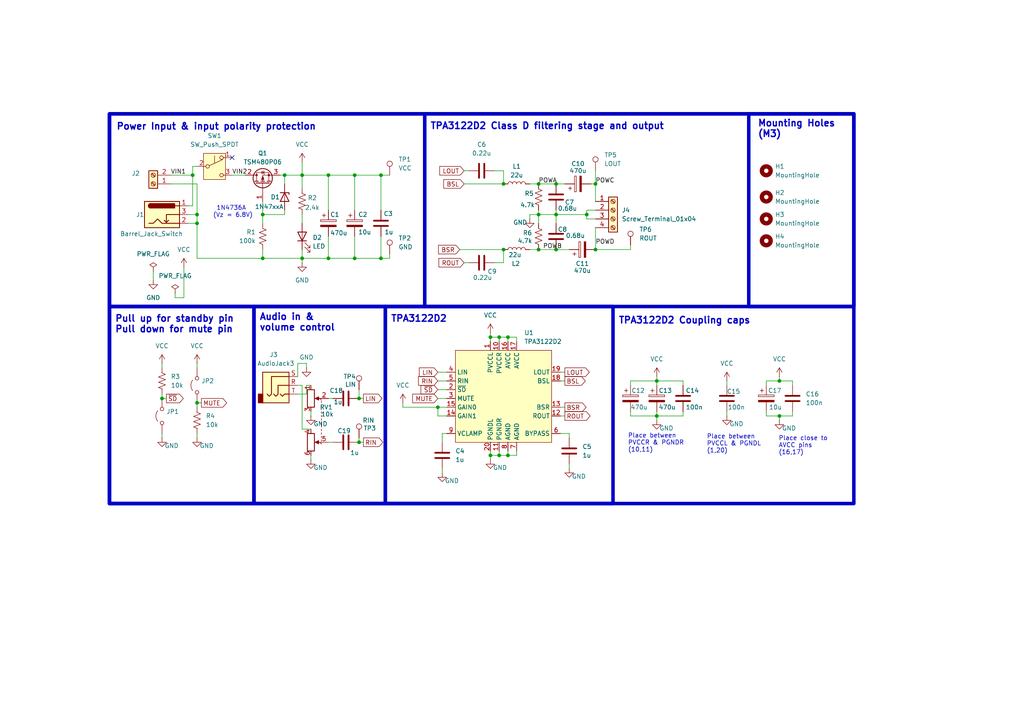
<source format=kicad_sch>
(kicad_sch (version 20231120) (generator "eeschema") (generator_version "8.0")
  (paper "A4")
  (lib_symbols
    (symbol "Connector:Barrel_Jack_Switch" (pin_names hide)
      (property "Reference" "J" (at 0 5.334 0))
      (property "Value" "Barrel_Jack_Switch" (at 0 -5.08 0))
      (symbol "Barrel_Jack_Switch_0_1"
        (rectangle (start -5.08 3.81) (end 5.08 -3.81) (stroke (width 0.254)) (fill (type background)))
        (arc (start -3.302 3.175) (mid -3.9343 2.54) (end -3.302 1.905) (stroke (width 0.254)))
        (arc (start -3.302 3.175) (mid -3.9343 2.54) (end -3.302 1.905) (stroke (width 0.254)) (fill (type outline)))
        (polyline (pts (xy 1.27 -2.286) (xy 1.905 -1.651)) (stroke (width 0.254)))
        (polyline (pts (xy 5.08 2.54) (xy 3.81 2.54)) (stroke (width 0.254)))
        (polyline (pts (xy 5.08 0) (xy 1.27 0) (xy 1.27 -2.286) (xy 0.635 -1.651)) (stroke (width 0.254)))
        (polyline (pts (xy -3.81 -2.54) (xy -2.54 -2.54) (xy -1.27 -1.27) (xy 0 -2.54) (xy 2.54 -2.54) (xy 5.08 -2.54)) (stroke (width 0.254)))
        (rectangle (start 3.683 3.175) (end -3.302 1.905) (stroke (width 0.254)) (fill (type outline)))
      )
      (symbol "Barrel_Jack_Switch_1_1"
        (pin passive line (at 7.62 2.54 180) (length 2.54) (name "~") (number "1"))
        (pin passive line (at 7.62 -2.54 180) (length 2.54) (name "~") (number "2"))
        (pin passive line (at 7.62 0 180) (length 2.54) (name "~") (number "3"))
      )
    )
    (symbol "Connector:Screw_Terminal_01x02" (pin_names (offset 1.016) hide)
      (property "Reference" "J" (at 0 2.54 0))
      (property "Value" "Screw_Terminal_01x02" (at 0 -5.08 0))
      (symbol "Screw_Terminal_01x02_1_1"
        (rectangle (start -1.27 1.27) (end 1.27 -3.81) (stroke (width 0.254)) (fill (type background)))
        (circle (center 0 -2.54) (radius 0.635) (stroke (width 0.1524)))
        (polyline (pts (xy -0.5334 -2.2098) (xy 0.3302 -3.048)) (stroke (width 0.1524)))
        (polyline (pts (xy -0.5334 0.3302) (xy 0.3302 -0.508)) (stroke (width 0.1524)))
        (polyline (pts (xy -0.3556 -2.032) (xy 0.508 -2.8702)) (stroke (width 0.1524)))
        (polyline (pts (xy -0.3556 0.508) (xy 0.508 -0.3302)) (stroke (width 0.1524)))
        (circle (center 0 0) (radius 0.635) (stroke (width 0.1524)))
        (pin passive line (at -5.08 0 0) (length 3.81) (name "Pin_1") (number "1"))
        (pin passive line (at -5.08 -2.54 0) (length 3.81) (name "Pin_2") (number "2"))
      )
    )
    (symbol "Connector:Screw_Terminal_01x04" (pin_names (offset 1.016) hide)
      (property "Reference" "J" (at 0 5.08 0))
      (property "Value" "Screw_Terminal_01x04" (at 0 -7.62 0))
      (symbol "Screw_Terminal_01x04_1_1"
        (rectangle (start -1.27 3.81) (end 1.27 -6.35) (stroke (width 0.254)) (fill (type background)))
        (circle (center 0 -5.08) (radius 0.635) (stroke (width 0.1524)))
        (circle (center 0 -2.54) (radius 0.635) (stroke (width 0.1524)))
        (polyline (pts (xy -0.5334 -4.7498) (xy 0.3302 -5.588)) (stroke (width 0.1524)))
        (polyline (pts (xy -0.5334 -2.2098) (xy 0.3302 -3.048)) (stroke (width 0.1524)))
        (polyline (pts (xy -0.5334 0.3302) (xy 0.3302 -0.508)) (stroke (width 0.1524)))
        (polyline (pts (xy -0.5334 2.8702) (xy 0.3302 2.032)) (stroke (width 0.1524)))
        (polyline (pts (xy -0.3556 -4.572) (xy 0.508 -5.4102)) (stroke (width 0.1524)))
        (polyline (pts (xy -0.3556 -2.032) (xy 0.508 -2.8702)) (stroke (width 0.1524)))
        (polyline (pts (xy -0.3556 0.508) (xy 0.508 -0.3302)) (stroke (width 0.1524)))
        (polyline (pts (xy -0.3556 3.048) (xy 0.508 2.2098)) (stroke (width 0.1524)))
        (circle (center 0 0) (radius 0.635) (stroke (width 0.1524)))
        (circle (center 0 2.54) (radius 0.635) (stroke (width 0.1524)))
        (pin passive line (at -5.08 2.54 0) (length 3.81) (name "Pin_1") (number "1"))
        (pin passive line (at -5.08 0 0) (length 3.81) (name "Pin_2") (number "2"))
        (pin passive line (at -5.08 -2.54 0) (length 3.81) (name "Pin_3") (number "3"))
        (pin passive line (at -5.08 -5.08 0) (length 3.81) (name "Pin_4") (number "4"))
      )
    )
    (symbol "Connector:TestPoint" (pin_numbers hide) (pin_names (offset 0.762) hide)
      (property "Reference" "TP" (at 0 6.858 0))
      (property "Value" "TestPoint" (at 0 5.08 0))
      (symbol "TestPoint_0_1"
        (circle (center 0 3.302) (radius 0.762))
      )
      (symbol "TestPoint_1_1"
        (pin passive line (at 0 0 90) (length 2.54) (name "1") (number "1"))
      )
    )
    (symbol "Connector_Audio:AudioJack3"
      (property "Reference" "J" (at 0 8.89 0))
      (property "Value" "AudioJack3" (at 0 6.35 0))
      (symbol "AudioJack3_0_1"
        (rectangle (start -5.08 -5.08) (end -6.35 -2.54) (stroke (width 0.254)) (fill (type outline)))
        (polyline (pts (xy 0 -2.54) (xy 0.635 -3.175) (xy 1.27 -2.54) (xy 2.54 -2.54)) (stroke (width 0.254)))
        (polyline (pts (xy -1.905 -2.54) (xy -1.27 -3.175) (xy -0.635 -2.54) (xy -0.635 0) (xy 2.54 0)) (stroke (width 0.254)))
        (polyline (pts (xy 2.54 2.54) (xy -2.54 2.54) (xy -2.54 -2.54) (xy -3.175 -3.175) (xy -3.81 -2.54)) (stroke (width 0.254)))
        (rectangle (start 2.54 3.81) (end -5.08 -5.08) (stroke (width 0.254)) (fill (type background)))
      )
      (symbol "AudioJack3_1_1"
        (pin passive line (at 5.08 0 180) (length 2.54) (name "~") (number "R"))
        (pin passive line (at 5.08 2.54 180) (length 2.54) (name "~") (number "S"))
        (pin passive line (at 5.08 -2.54 180) (length 2.54) (name "~") (number "T"))
      )
    )
    (symbol "Device:C" (pin_numbers hide) (pin_names (offset 0.254))
      (property "Reference" "C" (at 0.635 2.54 0))
      (property "Value" "C" (at 0.635 -2.54 0))
      (symbol "C_0_1"
        (polyline (pts (xy -2.032 -0.762) (xy 2.032 -0.762)) (stroke (width 0.508)))
        (polyline (pts (xy -2.032 0.762) (xy 2.032 0.762)) (stroke (width 0.508)))
      )
      (symbol "C_1_1"
        (pin passive line (at 0 3.81 270) (length 2.794) (name "~") (number "1"))
        (pin passive line (at 0 -3.81 90) (length 2.794) (name "~") (number "2"))
      )
    )
    (symbol "Device:C_Polarized" (pin_numbers hide) (pin_names (offset 0.254))
      (property "Reference" "C" (at 0.635 2.54 0))
      (property "Value" "C_Polarized" (at 0.635 -2.54 0))
      (symbol "C_Polarized_0_1"
        (rectangle (start -2.286 0.508) (end 2.286 1.016))
        (polyline (pts (xy -1.778 2.286) (xy -0.762 2.286)))
        (polyline (pts (xy -1.27 2.794) (xy -1.27 1.778)))
        (rectangle (start 2.286 -0.508) (end -2.286 -1.016) (fill (type outline)))
      )
      (symbol "C_Polarized_1_1"
        (pin passive line (at 0 3.81 270) (length 2.794) (name "~") (number "1"))
        (pin passive line (at 0 -3.81 90) (length 2.794) (name "~") (number "2"))
      )
    )
    (symbol "Device:L" (pin_numbers hide) (pin_names (offset 1.016) hide)
      (property "Reference" "L" (at -1.27 0 90))
      (property "Value" "L" (at 1.905 0 90))
      (symbol "L_0_1"
        (arc (start 0 -2.54) (mid 0.6323 -1.905) (end 0 -1.27))
        (arc (start 0 -1.27) (mid 0.6323 -0.635) (end 0 0))
        (arc (start 0 0) (mid 0.6323 0.635) (end 0 1.27))
        (arc (start 0 1.27) (mid 0.6323 1.905) (end 0 2.54))
      )
      (symbol "L_1_1"
        (pin passive line (at 0 3.81 270) (length 1.27) (name "1") (number "1"))
        (pin passive line (at 0 -3.81 90) (length 1.27) (name "2") (number "2"))
      )
    )
    (symbol "Device:LED" (pin_numbers hide) (pin_names (offset 1.016) hide)
      (property "Reference" "D" (at 0 2.54 0))
      (property "Value" "LED" (at 0 -2.54 0))
      (symbol "LED_0_1"
        (polyline (pts (xy -1.27 -1.27) (xy -1.27 1.27)) (stroke (width 0.254)))
        (polyline (pts (xy -1.27 0) (xy 1.27 0)))
        (polyline (pts (xy 1.27 -1.27) (xy 1.27 1.27) (xy -1.27 0) (xy 1.27 -1.27)) (stroke (width 0.254)))
        (polyline (pts (xy -3.048 -0.762) (xy -4.572 -2.286) (xy -3.81 -2.286) (xy -4.572 -2.286) (xy -4.572 -1.524)))
        (polyline (pts (xy -1.778 -0.762) (xy -3.302 -2.286) (xy -2.54 -2.286) (xy -3.302 -2.286) (xy -3.302 -1.524)))
      )
      (symbol "LED_1_1"
        (pin passive line (at -3.81 0 0) (length 2.54) (name "K") (number "1"))
        (pin passive line (at 3.81 0 180) (length 2.54) (name "A") (number "2"))
      )
    )
    (symbol "Device:R_Potentiometer_Dual" (pin_names (offset 1.016) hide)
      (property "Reference" "RV" (at 0 3.81 0))
      (property "Value" "R_Potentiometer_Dual" (at 0 1.905 0))
      (symbol "R_Potentiometer_Dual_0_1"
        (rectangle (start -8.89 -1.524) (end -3.81 -3.556) (stroke (width 0.254)))
        (polyline (pts (xy -6.35 0) (xy -6.35 -1.016)))
        (polyline (pts (xy -6.35 0) (xy -6.35 -1.016)))
        (polyline (pts (xy -6.35 0) (xy -5.842 0.508)))
        (polyline (pts (xy -5.588 0.508) (xy -5.08 0.508)))
        (polyline (pts (xy -4.572 0.508) (xy -4.064 0.508)))
        (polyline (pts (xy -3.556 0.508) (xy -3.048 0.508)))
        (polyline (pts (xy -2.54 0.508) (xy -2.032 0.508)))
        (polyline (pts (xy -1.524 0.508) (xy -1.016 0.508)))
        (polyline (pts (xy -0.508 0.508) (xy 0 0.508)))
        (polyline (pts (xy 0.508 0.508) (xy 1.016 0.508)))
        (polyline (pts (xy 1.524 0.508) (xy 2.032 0.508)))
        (polyline (pts (xy 2.54 0.508) (xy 3.048 0.508)))
        (polyline (pts (xy 3.556 0.508) (xy 4.064 0.508)))
        (polyline (pts (xy 4.572 0.508) (xy 5.08 0.508)))
        (polyline (pts (xy 5.588 0.508) (xy 6.096 0.508)))
        (polyline (pts (xy 6.35 0) (xy 6.35 -1.016)))
        (polyline (pts (xy 6.35 0) (xy 6.35 -1.016)))
        (polyline (pts (xy 6.604 0.508) (xy 6.858 0.508) (xy 6.35 0)))
        (polyline (pts (xy -6.35 -1.397) (xy -6.858 -0.254) (xy -5.842 -0.254) (xy -6.35 -1.397)) (fill (type outline)))
        (polyline (pts (xy 6.35 -1.397) (xy 5.842 -0.254) (xy 6.858 -0.254) (xy 6.35 -1.397)) (fill (type outline)))
        (rectangle (start 3.81 -1.524) (end 8.89 -3.556) (stroke (width 0.254)))
      )
      (symbol "R_Potentiometer_Dual_1_1"
        (pin passive line (at -10.16 -2.54 0) (length 1.27) (name "1") (number "1"))
        (pin passive line (at -6.35 2.54 270) (length 2.54) (name "2") (number "2"))
        (pin passive line (at -2.54 -2.54 180) (length 1.27) (name "3") (number "3"))
        (pin passive line (at 2.54 -2.54 0) (length 1.27) (name "4") (number "4"))
        (pin passive line (at 6.35 2.54 270) (length 2.54) (name "5") (number "5"))
        (pin passive line (at 10.16 -2.54 180) (length 1.27) (name "6") (number "6"))
      )
    )
    (symbol "Device:R_US" (pin_numbers hide) (pin_names (offset 0))
      (property "Reference" "R" (at 2.54 0 90))
      (property "Value" "R_US" (at -2.54 0 90))
      (symbol "R_US_0_1"
        (polyline (pts (xy 0 -2.286) (xy 0 -2.54)))
        (polyline (pts (xy 0 2.286) (xy 0 2.54)))
        (polyline (pts (xy 0 -0.762) (xy 1.016 -1.143) (xy 0 -1.524) (xy -1.016 -1.905) (xy 0 -2.286)))
        (polyline (pts (xy 0 0.762) (xy 1.016 0.381) (xy 0 0) (xy -1.016 -0.381) (xy 0 -0.762)))
        (polyline (pts (xy 0 2.286) (xy 1.016 1.905) (xy 0 1.524) (xy -1.016 1.143) (xy 0 0.762)))
      )
      (symbol "R_US_1_1"
        (pin passive line (at 0 3.81 270) (length 1.27) (name "~") (number "1"))
        (pin passive line (at 0 -3.81 90) (length 1.27) (name "~") (number "2"))
      )
    )
    (symbol "Diode:1N47xxA" (pin_numbers hide) (pin_names hide)
      (property "Reference" "D" (at 0 2.54 0))
      (property "Value" "1N47xxA" (at 0 -2.54 0))
      (symbol "1N47xxA_0_1"
        (polyline (pts (xy 1.27 0) (xy -1.27 0)))
        (polyline (pts (xy -1.27 -1.27) (xy -1.27 1.27) (xy -0.762 1.27)) (stroke (width 0.254)))
        (polyline (pts (xy 1.27 -1.27) (xy 1.27 1.27) (xy -1.27 0) (xy 1.27 -1.27)) (stroke (width 0.254)))
      )
      (symbol "1N47xxA_1_1"
        (pin passive line (at -3.81 0 0) (length 2.54) (name "K") (number "1"))
        (pin passive line (at 3.81 0 180) (length 2.54) (name "A") (number "2"))
      )
    )
    (symbol "Jumper:Jumper_2_Open" (pin_numbers hide) (pin_names (offset 0) hide) (exclude_from_sim yes)
      (property "Reference" "JP" (at 0 2.794 0))
      (property "Value" "Jumper_2_Open" (at 0 -2.286 0))
      (symbol "Jumper_2_Open_0_0"
        (circle (center -2.032 0) (radius 0.508))
        (circle (center 2.032 0) (radius 0.508))
      )
      (symbol "Jumper_2_Open_0_1"
        (arc (start 1.524 1.27) (mid 0 1.778) (end -1.524 1.27))
      )
      (symbol "Jumper_2_Open_1_1"
        (pin passive line (at -5.08 0 0) (length 2.54) (name "A") (number "1"))
        (pin passive line (at 5.08 0 180) (length 2.54) (name "B") (number "2"))
      )
    )
    (symbol "Mechanical:MountingHole" (pin_names (offset 1.016)) (exclude_from_sim yes) (in_bom no)
      (property "Reference" "H" (at 0 5.08 0))
      (property "Value" "MountingHole" (at 0 3.175 0))
      (symbol "MountingHole_0_1"
        (circle (center 0 0) (radius 1.27) (stroke (width 1.27)))
      )
    )
    (symbol "Switch:SW_Push_SPDT" (pin_names (offset 0) hide)
      (property "Reference" "SW" (at 0 5.08 0))
      (property "Value" "SW_Push_SPDT" (at 0 -5.08 0))
      (symbol "SW_Push_SPDT_0_0"
        (circle (center -2.032 0) (radius 0.508))
        (polyline (pts (xy 0 1.016) (xy 0 3.048)))
        (circle (center 2.032 -2.54) (radius 0.508))
      )
      (symbol "SW_Push_SPDT_0_1"
        (polyline (pts (xy -1.524 0.2032) (xy 2.3368 1.9812)))
        (circle (center 2.032 2.54) (radius 0.508))
      )
      (symbol "SW_Push_SPDT_1_1"
        (rectangle (start -3.175 3.81) (end 3.175 -3.81) (fill (type background)))
        (pin passive line (at 5.08 2.54 180) (length 2.54) (name "A") (number "1"))
        (pin passive line (at -5.08 0 0) (length 2.54) (name "B") (number "2"))
        (pin passive line (at 5.08 -2.54 180) (length 2.54) (name "C") (number "3"))
      )
    )
    (symbol "VCC_2" (power) (pin_numbers hide) (pin_names (offset 0) hide)
      (property "Value" "VCC" (at 0 3.556 0))
      (symbol "VCC_2_0_1"
        (polyline (pts (xy -0.762 1.27) (xy 0 2.54)))
        (polyline (pts (xy 0 0) (xy 0 2.54)))
        (polyline (pts (xy 0 2.54) (xy 0.762 1.27)))
      )
      (symbol "VCC_2_1_1"
        (pin power_in line (at 0 0 90) (length 0) (name "~") (number "1"))
      )
    )
    (symbol "myparts:TPA3122D2"
      (property "Reference" "U" (at -12.7 14.224 0))
      (property "Value" "TPA3122D2" (at 12.192 14.732 0))
      (symbol "TPA3122D2_1_1"
        (rectangle (start -13.97 12.7) (end 13.97 -13.97) (fill (type background)))
        (pin power_in line (at -3.81 15.24 270) (length 2.54) (name "PVCCL") (number "1"))
        (pin power_in line (at -1.27 15.24 270) (length 2.54) (name "PVCCR") (number "10"))
        (pin power_in line (at -1.27 -16.51 90) (length 2.54) (name "PGNDR") (number "11"))
        (pin output line (at 16.51 -6.35 180) (length 2.54) (name "ROUT") (number "12"))
        (pin bidirectional line (at 16.51 -3.81 180) (length 2.54) (name "BSR") (number "13"))
        (pin input line (at -16.51 -6.35 0) (length 2.54) (name "GAIN1") (number "14"))
        (pin input line (at -16.51 -3.81 0) (length 2.54) (name "GAIN0") (number "15"))
        (pin power_in line (at 1.27 15.24 270) (length 2.54) (name "AVCC") (number "16"))
        (pin power_in line (at 3.81 15.24 270) (length 2.54) (name "AVCC") (number "17"))
        (pin bidirectional line (at 16.51 3.81 180) (length 2.54) (name "BSL") (number "18"))
        (pin output line (at 16.51 6.35 180) (length 2.54) (name "LOUT") (number "19"))
        (pin input line (at -16.51 1.27 0) (length 2.54) (name "~{SD}") (number "2"))
        (pin power_in line (at -3.81 -16.51 90) (length 2.54) (name "PGNDL") (number "20"))
        (pin input line (at -16.51 -1.27 0) (length 2.54) (name "MUTE") (number "3"))
        (pin input line (at -16.51 6.35 0) (length 2.54) (name "LIN") (number "4"))
        (pin input line (at -16.51 3.81 0) (length 2.54) (name "RIN") (number "5"))
        (pin output line (at 16.51 -11.43 180) (length 2.54) (name "BYPASS") (number "6"))
        (pin power_in line (at 3.81 -16.51 90) (length 2.54) (name "AGND") (number "7"))
        (pin power_in line (at 1.27 -16.51 90) (length 2.54) (name "AGND") (number "8"))
        (pin passive line (at -16.51 -11.43 0) (length 2.54) (name "VCLAMP") (number "9"))
      )
    )
    (symbol "myparts:TSM480P06" (pin_names hide)
      (property "Reference" "Q" (at -4.572 3.81 0))
      (property "Value" "TSM480P06" (at -6.858 -5.842 0))
      (symbol "TSM480P06_0_1"
        (circle (center -0.889 0) (radius 2.794) (stroke (width 0.254)))
        (circle (center 0 -1.778) (radius 0.254) (fill (type outline)))
        (polyline (pts (xy -2.286 0) (xy -5.08 0)))
        (polyline (pts (xy -2.286 1.905) (xy -2.286 -1.905)) (stroke (width 0.254)))
        (polyline (pts (xy -1.778 -1.27) (xy -1.778 -2.286)) (stroke (width 0.254)))
        (polyline (pts (xy -1.778 0.508) (xy -1.778 -0.508)) (stroke (width 0.254)))
        (polyline (pts (xy -1.778 2.286) (xy -1.778 1.27)) (stroke (width 0.254)))
        (polyline (pts (xy 0 2.54) (xy 0 1.778)))
        (polyline (pts (xy 0 -2.54) (xy 0 0) (xy -1.778 0)))
        (polyline (pts (xy -1.778 1.778) (xy 0.762 1.778) (xy 0.762 -1.778) (xy -1.778 -1.778)))
        (polyline (pts (xy -0.254 0) (xy -1.27 0.381) (xy -1.27 -0.381) (xy -0.254 0)) (fill (type outline)))
        (polyline (pts (xy 0.254 -0.508) (xy 0.381 -0.381) (xy 1.143 -0.381) (xy 1.27 -0.254)))
        (polyline (pts (xy 0.762 -0.381) (xy 0.381 0.254) (xy 1.143 0.254) (xy 0.762 -0.381)))
        (circle (center 0 1.778) (radius 0.254) (fill (type outline)))
      )
      (symbol "TSM480P06_1_1"
        (pin input line (at -7.62 0 0) (length 2.54) (name "G") (number "1"))
        (pin passive line (at 0 5.08 270) (length 2.54) (name "D") (number "2"))
        (pin passive line (at 0 -5.08 90) (length 2.54) (name "S") (number "3"))
      )
    )
    (symbol "power:GND" (power) (pin_numbers hide) (pin_names (offset 0) hide)
      (property "Value" "GND" (at 0 -3.81 0))
      (symbol "GND_0_1"
        (polyline (pts (xy 0 0) (xy 0 -1.27) (xy 1.27 -1.27) (xy 0 -2.54) (xy -1.27 -1.27) (xy 0 -1.27)))
      )
      (symbol "GND_1_1"
        (pin power_in line (at 0 0 270) (length 0) (name "~") (number "1"))
      )
    )
    (symbol "power:PWR_FLAG" (power) (pin_numbers hide) (pin_names (offset 0) hide)
      (property "Value" "PWR_FLAG" (at 0 3.81 0))
      (symbol "PWR_FLAG_0_0"
        (pin power_out line (at 0 0 90) (length 0) (name "~") (number "1"))
      )
      (symbol "PWR_FLAG_0_1"
        (polyline (pts (xy 0 0) (xy 0 1.27) (xy -1.016 1.905) (xy 0 2.54) (xy 1.016 1.905) (xy 0 1.27)))
      )
    )
    (symbol "power:VCC" (power) (pin_numbers hide) (pin_names (offset 0) hide)
      (property "Value" "VCC" (at 0 3.556 0))
      (symbol "VCC_0_1"
        (polyline (pts (xy -0.762 1.27) (xy 0 2.54)))
        (polyline (pts (xy 0 0) (xy 0 2.54)))
        (polyline (pts (xy 0 2.54) (xy 0.762 1.27)))
      )
      (symbol "VCC_1_1"
        (pin power_in line (at 0 0 90) (length 0) (name "~") (number "1"))
      )
    )
  )
  (junction (at 76.2 74.93))
  (junction (at 87.63 74.93))
  (junction (at 161.29 62.23))
  (junction (at 95.25 74.93))
  (junction (at 142.24 132.08))
  (junction (at 76.2 62.23))
  (junction (at 156.21 53.34))
  (junction (at 156.21 72.39))
  (junction (at 147.32 132.08))
  (junction (at 144.78 132.08))
  (junction (at 87.63 50.8))
  (junction (at 172.72 53.34))
  (junction (at 102.87 74.93))
  (junction (at 46.99 115.57))
  (junction (at 102.87 50.8))
  (junction (at 226.06 110.49))
  (junction (at 147.32 97.79))
  (junction (at 142.24 97.79))
  (junction (at 82.55 50.8))
  (junction (at 161.29 72.39))
  (junction (at 146.05 72.39))
  (junction (at 156.21 62.23))
  (junction (at 57.15 62.23))
  (junction (at 57.15 64.77))
  (junction (at 127 118.11))
  (junction (at 190.5 110.49))
  (junction (at 104.14 115.57))
  (junction (at 172.72 72.39))
  (junction (at 55.88 50.8))
  (junction (at 170.18 62.23))
  (junction (at 190.5 120.65))
  (junction (at 104.14 128.27))
  (junction (at 226.06 120.65))
  (junction (at 161.29 53.34))
  (junction (at 95.25 50.8))
  (junction (at 110.49 50.8))
  (junction (at 144.78 97.79))
  (junction (at 110.49 74.93))
  (junction (at 57.15 116.84))
  (junction (at 146.05 53.34))
  (no_connect (at 67.31 45.72))
  (wire (pts (xy 156.21 62.23) (xy 153.67 62.23)))
  (wire (pts (xy 190.5 120.65) (xy 190.5 121.92)))
  (wire (pts (xy 147.32 97.79) (xy 149.86 97.79)))
  (wire (pts (xy 172.72 49.53) (xy 172.72 53.34)))
  (wire (pts (xy 110.49 68.58) (xy 110.49 74.93)))
  (wire (pts (xy 142.24 132.08) (xy 142.24 133.35)))
  (wire (pts (xy 110.49 50.8) (xy 113.03 50.8)))
  (wire (pts (xy 142.24 97.79) (xy 144.78 97.79)))
  (wire (pts (xy 46.99 114.3) (xy 46.99 115.57)))
  (wire (pts (xy 129.54 125.73) (xy 128.27 125.73)))
  (wire (pts (xy 57.15 116.84) (xy 58.42 116.84)))
  (wire (pts (xy 161.29 53.34) (xy 163.83 53.34)))
  (wire (pts (xy 190.5 109.22) (xy 190.5 110.49)))
  (wire (pts (xy 142.24 130.81) (xy 142.24 132.08)))
  (wire (pts (xy 67.31 50.8) (xy 71.12 50.8)))
  (wire (pts (xy 55.88 50.8) (xy 55.88 48.26)))
  (wire (pts (xy 143.51 76.2) (xy 146.05 76.2)))
  (wire (pts (xy 102.87 50.8) (xy 110.49 50.8)))
  (wire (pts (xy 46.99 105.41) (xy 46.99 106.68)))
  (wire (pts (xy 102.87 68.58) (xy 102.87 74.93)))
  (wire (pts (xy 113.03 73.66) (xy 113.03 74.93)))
  (wire (pts (xy 153.67 72.39) (xy 156.21 72.39)))
  (wire (pts (xy 95.25 68.58) (xy 95.25 74.93)))
  (wire (pts (xy 182.88 119.38) (xy 182.88 120.65)))
  (wire (pts (xy 229.87 110.49) (xy 229.87 111.76)))
  (wire (pts (xy 87.63 74.93) (xy 87.63 76.2)))
  (wire (pts (xy 55.88 48.26) (xy 57.15 48.26)))
  (wire (pts (xy 128.27 125.73) (xy 128.27 128.27)))
  (wire (pts (xy 142.24 96.52) (xy 142.24 97.79)))
  (wire (pts (xy 104.14 128.27) (xy 105.41 128.27)))
  (wire (pts (xy 161.29 60.96) (xy 161.29 62.23)))
  (wire (pts (xy 226.06 120.65) (xy 226.06 121.92)))
  (wire (pts (xy 190.5 120.65) (xy 198.12 120.65)))
  (wire (pts (xy 102.87 50.8) (xy 102.87 60.96)))
  (wire (pts (xy 161.29 72.39) (xy 165.1 72.39)))
  (wire (pts (xy 76.2 62.23) (xy 76.2 64.77)))
  (wire (pts (xy 222.25 120.65) (xy 226.06 120.65)))
  (wire (pts (xy 143.51 49.53) (xy 146.05 49.53)))
  (wire (pts (xy 127 107.95) (xy 129.54 107.95)))
  (wire (pts (xy 57.15 62.23) (xy 57.15 64.77)))
  (wire (pts (xy 149.86 97.79) (xy 149.86 99.06)))
  (wire (pts (xy 104.14 115.57) (xy 105.41 115.57)))
  (wire (pts (xy 110.49 74.93) (xy 113.03 74.93)))
  (wire (pts (xy 172.72 60.96) (xy 170.18 60.96)))
  (wire (pts (xy 182.88 71.12) (xy 182.88 72.39)))
  (wire (pts (xy 129.54 118.11) (xy 127 118.11)))
  (wire (pts (xy 134.62 53.34) (xy 146.05 53.34)))
  (wire (pts (xy 171.45 53.34) (xy 172.72 53.34)))
  (wire (pts (xy 87.63 50.8) (xy 95.25 50.8)))
  (wire (pts (xy 156.21 62.23) (xy 156.21 64.77)))
  (wire (pts (xy 144.78 97.79) (xy 147.32 97.79)))
  (wire (pts (xy 149.86 130.81) (xy 149.86 132.08)))
  (wire (pts (xy 142.24 97.79) (xy 142.24 99.06)))
  (wire (pts (xy 76.2 74.93) (xy 87.63 74.93)))
  (wire (pts (xy 133.35 72.39) (xy 146.05 72.39)))
  (wire (pts (xy 146.05 53.34) (xy 146.05 49.53)))
  (wire (pts (xy 153.67 53.34) (xy 156.21 53.34)))
  (wire (pts (xy 182.88 110.49) (xy 190.5 110.49)))
  (wire (pts (xy 57.15 74.93) (xy 76.2 74.93)))
  (wire (pts (xy 50.8 86.36) (xy 50.8 85.09)))
  (wire (pts (xy 144.78 97.79) (xy 144.78 99.06)))
  (wire (pts (xy 226.06 120.65) (xy 229.87 120.65)))
  (wire (pts (xy 49.53 50.8) (xy 55.88 50.8)))
  (wire (pts (xy 162.56 107.95) (xy 163.83 107.95)))
  (wire (pts (xy 53.34 77.47) (xy 53.34 86.36)))
  (wire (pts (xy 144.78 132.08) (xy 147.32 132.08)))
  (wire (pts (xy 44.45 78.74) (xy 44.45 81.28)))
  (wire (pts (xy 156.21 72.39) (xy 161.29 72.39)))
  (wire (pts (xy 222.25 111.76) (xy 222.25 110.49)))
  (wire (pts (xy 198.12 120.65) (xy 198.12 119.38)))
  (wire (pts (xy 172.72 58.42) (xy 172.72 53.34)))
  (wire (pts (xy 46.99 125.73) (xy 46.99 127)))
  (wire (pts (xy 57.15 116.84) (xy 57.15 118.11)))
  (wire (pts (xy 82.55 50.8) (xy 87.63 50.8)))
  (wire (pts (xy 170.18 62.23) (xy 161.29 62.23)))
  (wire (pts (xy 49.53 53.34) (xy 57.15 53.34)))
  (wire (pts (xy 46.99 115.57) (xy 48.26 115.57)))
  (wire (pts (xy 87.63 62.23) (xy 87.63 64.77)))
  (wire (pts (xy 87.63 50.8) (xy 87.63 54.61)))
  (wire (pts (xy 104.14 127) (xy 104.14 128.27)))
  (wire (pts (xy 190.5 110.49) (xy 190.5 111.76)))
  (wire (pts (xy 165.1 134.62) (xy 165.1 135.89)))
  (wire (pts (xy 87.63 111.76) (xy 87.63 124.46)))
  (wire (pts (xy 165.1 125.73) (xy 165.1 127)))
  (wire (pts (xy 76.2 58.42) (xy 76.2 62.23)))
  (wire (pts (xy 95.25 74.93) (xy 102.87 74.93)))
  (wire (pts (xy 87.63 46.99) (xy 87.63 50.8)))
  (wire (pts (xy 95.25 128.27) (xy 96.52 128.27)))
  (wire (pts (xy 57.15 53.34) (xy 57.15 62.23)))
  (wire (pts (xy 182.88 72.39) (xy 172.72 72.39)))
  (wire (pts (xy 182.88 120.65) (xy 190.5 120.65)))
  (wire (pts (xy 110.49 50.8) (xy 110.49 60.96)))
  (wire (pts (xy 147.32 132.08) (xy 149.86 132.08)))
  (wire (pts (xy 76.2 72.39) (xy 76.2 74.93)))
  (wire (pts (xy 82.55 50.8) (xy 82.55 53.34)))
  (wire (pts (xy 104.14 113.03) (xy 104.14 115.57)))
  (wire (pts (xy 129.54 120.65) (xy 127 120.65)))
  (wire (pts (xy 156.21 60.96) (xy 156.21 62.23)))
  (wire (pts (xy 222.25 119.38) (xy 222.25 120.65)))
  (wire (pts (xy 156.21 62.23) (xy 161.29 62.23)))
  (wire (pts (xy 210.82 110.49) (xy 210.82 111.76)))
  (wire (pts (xy 156.21 53.34) (xy 161.29 53.34)))
  (wire (pts (xy 53.34 86.36) (xy 50.8 86.36)))
  (wire (pts (xy 57.15 105.41) (xy 57.15 106.68)))
  (wire (pts (xy 134.62 49.53) (xy 135.89 49.53)))
  (wire (pts (xy 182.88 111.76) (xy 182.88 110.49)))
  (wire (pts (xy 76.2 62.23) (xy 82.55 62.23)))
  (wire (pts (xy 87.63 72.39) (xy 87.63 74.93)))
  (wire (pts (xy 229.87 120.65) (xy 229.87 119.38)))
  (wire (pts (xy 95.25 50.8) (xy 95.25 60.96)))
  (wire (pts (xy 190.5 110.49) (xy 198.12 110.49)))
  (wire (pts (xy 54.61 62.23) (xy 57.15 62.23)))
  (wire (pts (xy 127 120.65) (xy 127 118.11)))
  (wire (pts (xy 87.63 124.46) (xy 90.17 124.46)))
  (wire (pts (xy 95.25 115.57) (xy 96.52 115.57)))
  (wire (pts (xy 162.56 125.73) (xy 165.1 125.73)))
  (wire (pts (xy 127 113.03) (xy 129.54 113.03)))
  (wire (pts (xy 161.29 62.23) (xy 161.29 64.77)))
  (wire (pts (xy 86.36 111.76) (xy 87.63 111.76)))
  (wire (pts (xy 190.5 119.38) (xy 190.5 120.65)))
  (wire (pts (xy 198.12 110.49) (xy 198.12 111.76)))
  (wire (pts (xy 170.18 60.96) (xy 170.18 62.23)))
  (wire (pts (xy 57.15 64.77) (xy 57.15 74.93)))
  (wire (pts (xy 57.15 125.73) (xy 57.15 127)))
  (wire (pts (xy 88.9 114.3) (xy 88.9 111.76)))
  (wire (pts (xy 147.32 97.79) (xy 147.32 99.06)))
  (wire (pts (xy 86.36 105.41) (xy 88.9 105.41)))
  (wire (pts (xy 134.62 76.2) (xy 135.89 76.2)))
  (wire (pts (xy 226.06 110.49) (xy 229.87 110.49)))
  (wire (pts (xy 90.17 119.38) (xy 90.17 120.65)))
  (wire (pts (xy 127 110.49) (xy 129.54 110.49)))
  (wire (pts (xy 170.18 63.5) (xy 170.18 62.23)))
  (wire (pts (xy 226.06 109.22) (xy 226.06 110.49)))
  (wire (pts (xy 162.56 110.49) (xy 163.83 110.49)))
  (wire (pts (xy 88.9 111.76) (xy 90.17 111.76)))
  (wire (pts (xy 153.67 62.23) (xy 153.67 63.5)))
  (wire (pts (xy 88.9 105.41) (xy 88.9 106.68)))
  (wire (pts (xy 86.36 109.22) (xy 86.36 105.41)))
  (wire (pts (xy 102.87 74.93) (xy 110.49 74.93)))
  (wire (pts (xy 162.56 120.65) (xy 163.83 120.65)))
  (wire (pts (xy 86.36 114.3) (xy 88.9 114.3)))
  (wire (pts (xy 222.25 110.49) (xy 226.06 110.49)))
  (wire (pts (xy 162.56 118.11) (xy 163.83 118.11)))
  (wire (pts (xy 87.63 74.93) (xy 95.25 74.93)))
  (wire (pts (xy 95.25 50.8) (xy 102.87 50.8)))
  (wire (pts (xy 172.72 63.5) (xy 170.18 63.5)))
  (wire (pts (xy 210.82 119.38) (xy 210.82 120.65)))
  (wire (pts (xy 172.72 66.04) (xy 172.72 72.39)))
  (wire (pts (xy 142.24 132.08) (xy 144.78 132.08)))
  (wire (pts (xy 146.05 72.39) (xy 146.05 76.2)))
  (wire (pts (xy 54.61 64.77) (xy 57.15 64.77)))
  (wire (pts (xy 147.32 130.81) (xy 147.32 132.08)))
  (wire (pts (xy 81.28 50.8) (xy 82.55 50.8)))
  (wire (pts (xy 90.17 132.08) (xy 90.17 133.35)))
  (wire (pts (xy 54.61 59.69) (xy 55.88 59.69)))
  (wire (pts (xy 144.78 130.81) (xy 144.78 132.08)))
  (wire (pts (xy 128.27 135.89) (xy 128.27 137.16)))
  (wire (pts (xy 116.84 118.11) (xy 116.84 116.84)))
  (wire (pts (xy 55.88 50.8) (xy 55.88 59.69)))
  (wire (pts (xy 127 115.57) (xy 129.54 115.57)))
  (wire (pts (xy 82.55 60.96) (xy 82.55 62.23)))
  (wire (pts (xy 127 118.11) (xy 116.84 118.11)))
  (rectangle (start 73.66 88.9) (end 111.76 146.05) (stroke (width 1.016)))
  (rectangle (start 31.75 33.02) (end 247.65 146.05) (stroke (width 1.016)))
  (rectangle (start 111.76 88.9) (end 177.8 146.05) (stroke (width 1.016)))
  (rectangle (start 31.75 88.9) (end 73.66 146.05) (stroke (width 1.016)))
  (rectangle (start 31.75 33.02) (end 123.19 88.9) (stroke (width 1.016)))
  (rectangle (start 123.19 33.02) (end 247.65 88.9) (stroke (width 1.016)))
  (rectangle (start 217.17 33.02) (end 247.65 88.9) (stroke (width 1.016)))
  (text "1N4736A \n(Vz = 6.8V)" (at 67.564 61.468 0) (effects (font (size 1.27 1.27))))
  (text "Audio in &\nvolume control" (at 75.184 90.932 0) (effects (font (size 1.905 1.905) (thickness 0.381) (bold yes)) (justify left top)))
  (text "Power Input & input polarity protection" (at 62.738 36.83 0) (effects (font (size 1.905 1.905) (thickness 0.381) (bold yes))))
  (text "TPA3122D2 Coupling caps" (at 179.324 91.948 0) (effects (font (size 1.905 1.905) (thickness 0.381) (bold yes)) (justify left top)))
  (text "Mounting Holes \n(M3)" (at 219.71 34.798 0) (effects (font (size 1.905 1.905) (thickness 0.381) (bold yes)) (justify left top)))
  (text "TPA3122D2" (at 113.284 91.44 0) (effects (font (size 1.905 1.905) (thickness 0.381) (bold yes)) (justify left top)))
  (text "Place between\nPVCCR & PGNDR\n(10,11)\n" (at 182.118 125.73 0) (effects (font (size 1.27 1.27) (thickness 0.1588)) (justify left top)))
  (text "Place between\nPVCCL & PGNDL\n(1,20)\n" (at 204.978 125.984 0) (effects (font (size 1.27 1.27) (thickness 0.1588)) (justify left top)))
  (text "Place close to\nAVCC pins\n(16,17)\n" (at 225.806 126.492 0) (effects (font (size 1.27 1.27) (thickness 0.1588)) (justify left top)))
  (text "TPA3122D2 Class D filtering stage and output" (at 124.714 35.56 0) (effects (font (size 1.905 1.905) (thickness 0.381) (bold yes)) (justify left top)))
  (text "Pull up for standby pin\nPull down for mute pin " (at 33.274 91.44 0) (effects (font (size 1.905 1.905) (thickness 0.381) (bold yes)) (justify left top)))
  (label "POWC" (at 172.72 53.34 0))
  (label "VIN2" (at 67.31 50.8 0))
  (label "POWB" (at 157.48 72.39 0))
  (label "POWD" (at 172.72 71.12 0))
  (label "POWA" (at 156.21 53.34 0))
  (label "VIN1" (at 49.53 50.8 0))
  (global_label "LIN" (shape input) (at 127 107.95 180) (property "Intersheetrefs" "${INTERSHEET_REFS}" (effects (hide yes))))
  (global_label "ROUT" (shape input) (at 134.62 76.2 180) (property "Intersheetrefs" "${INTERSHEET_REFS}" (effects (hide yes))))
  (global_label "BSR" (shape output) (at 163.83 118.11 0) (property "Intersheetrefs" "${INTERSHEET_REFS}" (effects (hide yes))))
  (global_label "RIN" (shape output) (at 105.41 128.27 0) (property "Intersheetrefs" "${INTERSHEET_REFS}" (effects (hide yes))))
  (global_label "RIN" (shape input) (at 127 110.49 180) (property "Intersheetrefs" "${INTERSHEET_REFS}" (effects (hide yes))))
  (global_label "~{SD}" (shape input) (at 127 113.03 180) (property "Intersheetrefs" "${INTERSHEET_REFS}" (effects (hide yes))))
  (global_label "BSL" (shape input) (at 134.62 53.34 180) (property "Intersheetrefs" "${INTERSHEET_REFS}" (effects (hide yes))))
  (global_label "MUTE" (shape input) (at 127 115.57 180) (property "Intersheetrefs" "${INTERSHEET_REFS}" (effects (hide yes))))
  (global_label "MUTE" (shape output) (at 58.42 116.84 0) (property "Intersheetrefs" "${INTERSHEET_REFS}" (effects (hide yes))))
  (global_label "BSL" (shape output) (at 163.83 110.49 0) (property "Intersheetrefs" "${INTERSHEET_REFS}" (effects (hide yes))))
  (global_label "LOUT" (shape output) (at 163.83 107.95 0) (property "Intersheetrefs" "${INTERSHEET_REFS}" (effects (hide yes))))
  (global_label "LIN" (shape output) (at 105.41 115.57 0) (property "Intersheetrefs" "${INTERSHEET_REFS}" (effects (hide yes))))
  (global_label "~{SD}" (shape output) (at 48.26 115.57 0) (property "Intersheetrefs" "${INTERSHEET_REFS}" (effects (hide yes))))
  (global_label "BSR" (shape input) (at 133.35 72.39 180) (property "Intersheetrefs" "${INTERSHEET_REFS}" (effects (hide yes))))
  (global_label "ROUT" (shape output) (at 163.83 120.65 0) (property "Intersheetrefs" "${INTERSHEET_REFS}" (effects (hide yes))))
  (global_label "LOUT" (shape input) (at 134.62 49.53 180) (property "Intersheetrefs" "${INTERSHEET_REFS}" (effects (hide yes))))
  (symbol (lib_id "Connector:TestPoint") (at 172.72 49.53 0) (unit 1)
    (property "Reference" "TP5" (at 175.26 44.9579 0) (effects (justify left)))
    (property "Value" "LOUT" (at 175.26 47.4979 0) (effects (justify left)))
    (property "Footprint" "TestPoint:TestPoint_THTPad_D2.0mm_Drill1.0mm" (effects (hide yes)))
    (property "Description" "test point" (effects (hide yes)))
  )
  (symbol (lib_id "power:VCC") (at 142.24 96.52 0) (unit 1)
    (property "Reference" "#PWR013" (effects (hide yes)))
    (property "Value" "VCC" (at 142.24 91.44 0))
    (property "Description" "Power symbol creates a global label with name \"VCC\"" (effects (hide yes)))
  )
  (symbol (lib_id "Device:C") (at 139.7 76.2 270) (unit 1)
    (property "Reference" "C9" (at 142.748 78.74 90))
    (property "Value" "0.22u" (at 139.954 80.518 90))
    (property "Footprint" "Capacitor_THT:C_Disc_D4.3mm_W1.9mm_P5.00mm" (effects (hide yes)))
    (property "Description" "Unpolarized capacitor" (effects (hide yes)))
  )
  (symbol (lib_id "Device:C") (at 139.7 49.53 270) (unit 1)
    (property "Reference" "C6" (at 139.7 41.91 90))
    (property "Value" "0.22u" (at 139.7 44.45 90))
    (property "Footprint" "Capacitor_THT:C_Disc_D4.3mm_W1.9mm_P5.00mm" (effects (hide yes)))
    (property "Description" "Unpolarized capacitor" (effects (hide yes)))
  )
  (symbol (lib_id "power:GND") (at 226.06 121.92 0) (unit 1)
    (property "Reference" "#PWR020" (effects (hide yes)))
    (property "Value" "GND" (at 228.854 124.206 0))
    (property "Description" "Power symbol creates a global label with name \"GND\" , ground" (effects (hide yes)))
  )
  (symbol (lib_id "Device:R_US") (at 46.99 110.49 0) (unit 1)
    (property "Reference" "R3" (at 49.53 109.2199 0) (effects (justify left)))
    (property "Value" "10k" (at 49.53 111.7599 0) (effects (justify left)))
    (property "Footprint" "Resistor_THT:R_Axial_DIN0207_L6.3mm_D2.5mm_P10.16mm_Horizontal" (effects (hide yes)))
    (property "Description" "Resistor, US symbol" (effects (hide yes)))
  )
  (symbol (lib_id "Mechanical:MountingHole") (at 222.25 63.5 0) (unit 1) (exclude_from_sim yes) (in_bom no)
    (property "Reference" "H3" (at 224.79 62.2299 0) (effects (justify left)))
    (property "Value" "MountingHole" (at 224.79 64.7699 0) (effects (justify left)))
    (property "Footprint" "MountingHole:MountingHole_3.2mm_M3" (effects (hide yes)))
    (property "Description" "Mounting Hole without connection" (effects (hide yes)))
  )
  (symbol (lib_id "power:GND") (at 57.15 127 0) (unit 1)
    (property "Reference" "#PWR09" (effects (hide yes)))
    (property "Value" "GND" (at 59.944 129.286 0))
    (property "Description" "Power symbol creates a global label with name \"GND\" , ground" (effects (hide yes)))
  )
  (symbol (lib_id "Device:C") (at 165.1 130.81 0) (unit 1)
    (property "Reference" "C5" (at 168.91 129.5399 0) (effects (justify left)))
    (property "Value" "1u" (at 168.91 132.0799 0) (effects (justify left)))
    (property "Footprint" "Capacitor_THT:C_Disc_D4.3mm_W1.9mm_P5.00mm" (effects (hide yes)))
    (property "Description" "Unpolarized capacitor" (effects (hide yes)))
  )
  (symbol (lib_id "Device:R_US") (at 156.21 68.58 0) (unit 1)
    (property "Reference" "R6" (at 151.638 67.564 0) (effects (justify left)))
    (property "Value" "4.7k" (at 150.114 69.85 0) (effects (justify left)))
    (property "Footprint" "Resistor_THT:R_Axial_DIN0207_L6.3mm_D2.5mm_P10.16mm_Horizontal" (effects (hide yes)))
    (property "Description" "Resistor, US symbol" (effects (hide yes)))
  )
  (symbol (lib_id "Device:C_Polarized") (at 168.91 72.39 90) (unit 1)
    (property "Reference" "C11" (at 168.91 76.454 90))
    (property "Value" "470u" (at 168.91 78.486 90))
    (property "Footprint" "Capacitor_THT:CP_Radial_D10.0mm_P5.00mm" (effects (hide yes)))
    (property "Description" "Polarized capacitor" (effects (hide yes)))
  )
  (symbol (lib_id "power:GND") (at 44.45 81.28 0) (unit 1)
    (property "Reference" "#PWR023" (effects (hide yes)))
    (property "Value" "GND" (at 44.45 86.36 0))
    (property "Description" "Power symbol creates a global label with name \"GND\" , ground" (effects (hide yes)))
  )
  (symbol (lib_id "Device:LED") (at 87.63 68.58 90) (unit 1)
    (property "Reference" "D2" (at 90.678 68.8975 90) (effects (justify right)))
    (property "Value" "LED" (at 90.678 71.4375 90) (effects (justify right)))
    (property "Footprint" "LED_THT:LED_D5.0mm" (effects (hide yes)))
  )
  (symbol (lib_id "Device:C_Polarized") (at 190.5 115.57 0) (unit 1)
    (property "Reference" "C13" (at 191.008 113.284 0) (effects (justify left)))
    (property "Value" "470u" (at 191.008 118.11 0) (effects (justify left)))
    (property "Footprint" "Capacitor_THT:CP_Radial_D10.0mm_P5.00mm" (effects (hide yes)))
    (property "Description" "Polarized capacitor" (effects (hide yes)))
  )
  (symbol (lib_id "Device:C") (at 229.87 115.57 0) (unit 1)
    (property "Reference" "C16" (at 233.68 114.3 0) (effects (justify left)))
    (property "Value" "100n" (at 233.68 116.8399 0) (effects (justify left)))
    (property "Footprint" "Capacitor_THT:C_Disc_D4.3mm_W1.9mm_P5.00mm" (effects (hide yes)))
    (property "Description" "Unpolarized capacitor" (effects (hide yes)))
  )
  (symbol (lib_id "Device:C_Polarized") (at 95.25 64.77 0) (unit 1)
    (property "Reference" "C1" (at 95.758 62.23 0) (effects (justify left)))
    (property "Value" "470u" (at 95.758 67.564 0) (effects (justify left)))
    (property "Footprint" "Capacitor_THT:CP_Radial_D10.0mm_P5.00mm" (effects (hide yes)))
  )
  (symbol (lib_id "power:PWR_FLAG") (at 50.8 85.09 0) (unit 1)
    (property "Reference" "#FLG01" (effects (hide yes)))
    (property "Value" "PWR_FLAG" (at 50.8 80.01 0))
    (property "Description" "Special symbol for telling ERC where power comes from" (effects (hide yes)))
  )
  (symbol (lib_id "power:PWR_FLAG") (at 44.45 78.74 0) (unit 1)
    (property "Reference" "#FLG02" (effects (hide yes)))
    (property "Value" "PWR_FLAG" (at 44.45 73.66 0))
    (property "Description" "Special symbol for telling ERC where power comes from" (effects (hide yes)))
  )
  (symbol (lib_id "power:GND") (at 88.9 106.68 0) (unit 1)
    (property "Reference" "#PWR05" (effects (hide yes)))
    (property "Value" "GND" (at 88.9 103.632 0))
    (property "Description" "Power symbol creates a global label with name \"GND\" , ground" (effects (hide yes)))
  )
  (symbol (lib_id "power:GND") (at 90.17 120.65 0) (unit 1)
    (property "Reference" "#PWR04" (effects (hide yes)))
    (property "Value" "GND" (at 92.964 122.936 0))
    (property "Description" "Power symbol creates a global label with name \"GND\" , ground" (effects (hide yes)))
  )
  (symbol (lib_id "Device:C") (at 198.12 115.57 0) (unit 1)
    (property "Reference" "C14" (at 198.882 113.284 0) (effects (justify left)))
    (property "Value" "100n" (at 198.882 118.11 0) (effects (justify left)))
    (property "Footprint" "Capacitor_THT:C_Disc_D4.3mm_W1.9mm_P5.00mm" (effects (hide yes)))
    (property "Description" "Unpolarized capacitor" (effects (hide yes)))
  )
  (symbol (lib_id "Connector:TestPoint") (at 113.03 73.66 0) (unit 1)
    (property "Reference" "TP2" (at 115.57 69.088 0) (effects (justify left)))
    (property "Value" "GND" (at 115.57 71.628 0) (effects (justify left)))
    (property "Footprint" "TestPoint:TestPoint_THTPad_D2.0mm_Drill1.0mm" (effects (hide yes)))
  )
  (symbol (lib_id "Mechanical:MountingHole") (at 222.25 69.85 0) (unit 1) (exclude_from_sim yes) (in_bom no)
    (property "Reference" "H4" (at 224.79 68.5799 0) (effects (justify left)))
    (property "Value" "MountingHole" (at 224.79 71.1199 0) (effects (justify left)))
    (property "Footprint" "MountingHole:MountingHole_3.2mm_M3" (effects (hide yes)))
    (property "Description" "Mounting Hole without connection" (effects (hide yes)))
  )
  (symbol (lib_id "power:GND") (at 142.24 133.35 0) (unit 1)
    (property "Reference" "#PWR012" (effects (hide yes)))
    (property "Value" "GND" (at 145.034 135.636 0))
    (property "Description" "Power symbol creates a global label with name \"GND\" , ground" (effects (hide yes)))
  )
  (symbol (lib_id "power:GND") (at 90.17 133.35 0) (unit 1)
    (property "Reference" "#PWR03" (effects (hide yes)))
    (property "Value" "GND" (at 92.964 135.636 0))
    (property "Description" "Power symbol creates a global label with name \"GND\" , ground" (effects (hide yes)))
  )
  (symbol (lib_id "Jumper:Jumper_2_Open") (at 46.99 120.65 90) (unit 1) (exclude_from_sim yes)
    (property "Reference" "JP1" (at 48.26 119.3799 90) (effects (justify right)))
    (property "Value" "Jumper_2_Open" (effects (hide yes)))
    (property "Footprint" "Connector_PinHeader_2.54mm:PinHeader_1x02_P2.54mm_Vertical" (effects (hide yes)))
    (property "Description" "Jumper, 2-pole, open" (effects (hide yes)))
  )
  (symbol (lib_id "Mechanical:MountingHole") (at 222.25 49.53 0) (unit 1) (exclude_from_sim yes) (in_bom no)
    (property "Reference" "H1" (at 224.79 48.2599 0) (effects (justify left)))
    (property "Value" "MountingHole" (at 224.79 50.7999 0) (effects (justify left)))
    (property "Footprint" "MountingHole:MountingHole_3.2mm_M3" (effects (hide yes)))
    (property "Description" "Mounting Hole without connection" (effects (hide yes)))
  )
  (symbol (lib_id "myparts:TSM480P06") (at 76.2 50.8 90) (unit 1)
    (property "Reference" "Q1" (at 76.2 44.45 90))
    (property "Value" "TSM480P06" (at 76.2 46.99 90))
    (property "Footprint" "Package_TO_SOT_THT:TO-251-3_Vertical" (effects (hide yes)))
  )
  (symbol (lib_id "Device:L") (at 149.86 53.34 90) (unit 1)
    (property "Reference" "L1" (at 149.86 48.26 90))
    (property "Value" "22u" (at 149.86 50.8 90))
    (property "Footprint" "Inductor_THT:L_Radial_D10.0mm_P5.00mm_Fastron_07M" (effects (hide yes)))
    (property "Description" "Inductor" (effects (hide yes)))
  )
  (symbol (lib_id "Device:R_Potentiometer_Dual") (at 92.71 121.92 270) (unit 1)
    (property "Reference" "RV1" (at 96.52 118.11 90) (effects (justify right)))
    (property "Value" "10k" (at 96.774 120.142 90) (effects (justify right)))
    (property "Footprint" "myparts:PTD902-2015K-B103" (effects (hide yes)))
  )
  (symbol (lib_id "power:GND") (at 165.1 135.89 0) (unit 1)
    (property "Reference" "#PWR014" (effects (hide yes)))
    (property "Value" "GND" (at 167.894 138.176 0))
    (property "Description" "Power symbol creates a global label with name \"GND\" , ground" (effects (hide yes)))
  )
  (symbol (lib_id "Connector_Audio:AudioJack3") (at 81.28 111.76 0) (unit 1)
    (property "Reference" "J3" (at 79.375 102.87 0))
    (property "Value" "AudioJack3" (at 80.01 105.41 0))
    (property "Footprint" "Connector_Audio:Jack_3.5mm_CUI_SJ1-3533NG_Horizontal" (effects (hide yes)))
    (property "Description" "Audio Jack, 3 Poles (Stereo / TRS)" (effects (hide yes)))
  )
  (symbol (lib_id "power:VCC") (at 226.06 109.22 0) (unit 1)
    (property "Reference" "#PWR021" (effects (hide yes)))
    (property "Value" "VCC" (at 226.06 104.14 0))
    (property "Description" "Power symbol creates a global label with name \"VCC\"" (effects (hide yes)))
  )
  (symbol (lib_id "myparts:TPA3122D2") (at 146.05 114.3 0) (unit 1)
    (property "Reference" "U1" (at 152.0541 96.52 0) (effects (justify left)))
    (property "Value" "TPA3122D2" (at 152.0541 99.06 0) (effects (justify left)))
    (property "Footprint" "Package_DIP:DIP-20_W7.62mm_LongPads" (effects (hide yes)))
  )
  (symbol (lib_name "VCC_2") (lib_id "power:VCC") (at 57.15 105.41 0) (unit 1)
    (property "Reference" "#PWR08" (effects (hide yes)))
    (property "Value" "VCC" (at 57.15 100.33 0))
    (property "Description" "Power symbol creates a global label with name \"VCC\"" (effects (hide yes)))
  )
  (symbol (lib_id "Device:C") (at 128.27 132.08 0) (unit 1)
    (property "Reference" "C4" (at 132.08 130.8099 0) (effects (justify left)))
    (property "Value" "1u" (at 132.08 133.3499 0) (effects (justify left)))
    (property "Footprint" "Capacitor_THT:C_Disc_D4.3mm_W1.9mm_P5.00mm" (effects (hide yes)))
    (property "Description" "Unpolarized capacitor" (effects (hide yes)))
  )
  (symbol (lib_id "Connector:Screw_Terminal_01x04") (at 177.8 60.96 0) (unit 1)
    (property "Reference" "J4" (at 180.34 60.9599 0) (effects (justify left)))
    (property "Value" "Screw_Terminal_01x04" (at 180.34 63.4999 0) (effects (justify left)))
    (property "Footprint" "TerminalBlock:TerminalBlock_Altech_AK300-4_P5.00mm" (effects (hide yes)))
    (property "Description" "Generic screw terminal, single row, 01x04, script generated (kicad-library-utils/schlib/autogen/connector/)" (effects (hide yes)))
  )
  (symbol (lib_name "VCC_2") (lib_id "power:VCC") (at 116.84 116.84 0) (unit 1)
    (property "Reference" "#PWR010" (effects (hide yes)))
    (property "Value" "VCC" (at 116.84 111.76 0))
    (property "Description" "Power symbol creates a global label with name \"VCC\"" (effects (hide yes)))
  )
  (symbol (lib_id "power:GND") (at 210.82 120.65 0) (unit 1)
    (property "Reference" "#PWR019" (effects (hide yes)))
    (property "Value" "GND" (at 213.614 122.936 0))
    (property "Description" "Power symbol creates a global label with name \"GND\" , ground" (effects (hide yes)))
  )
  (symbol (lib_id "power:GND") (at 153.67 63.5 0) (unit 1)
    (property "Reference" "#PWR015" (effects (hide yes)))
    (property "Value" "GND" (at 150.876 64.516 0))
    (property "Description" "Power symbol creates a global label with name \"GND\" , ground" (effects (hide yes)))
  )
  (symbol (lib_id "Device:R_US") (at 156.21 57.15 0) (unit 1)
    (property "Reference" "R5" (at 152.146 56.134 0) (effects (justify left)))
    (property "Value" "4.7k" (at 150.876 59.436 0) (effects (justify left)))
    (property "Footprint" "Resistor_THT:R_Axial_DIN0207_L6.3mm_D2.5mm_P10.16mm_Horizontal" (effects (hide yes)))
    (property "Description" "Resistor, US symbol" (effects (hide yes)))
  )
  (symbol (lib_id "power:GND") (at 128.27 137.16 0) (unit 1)
    (property "Reference" "#PWR011" (effects (hide yes)))
    (property "Value" "GND" (at 131.064 139.446 0))
    (property "Description" "Power symbol creates a global label with name \"GND\" , ground" (effects (hide yes)))
  )
  (symbol (lib_name "VCC_2") (lib_id "power:VCC") (at 87.63 46.99 0) (unit 1)
    (property "Reference" "#PWR01" (effects (hide yes)))
    (property "Value" "VCC" (at 87.63 41.91 0))
    (property "Description" "Power symbol creates a global label with name \"VCC\"" (effects (hide yes)))
  )
  (symbol (lib_id "Device:C_Polarized") (at 222.25 115.57 0) (unit 1)
    (property "Reference" "C17" (at 222.758 113.284 0) (effects (justify left)))
    (property "Value" "10u" (at 223.012 118.11 0) (effects (justify left)))
    (property "Footprint" "Capacitor_THT:CP_Radial_D5.0mm_P2.50mm" (effects (hide yes)))
    (property "Description" "Polarized capacitor" (effects (hide yes)))
  )
  (symbol (lib_id "Device:C") (at 210.82 115.57 0) (unit 1)
    (property "Reference" "C15" (at 210.82 113.538 0) (effects (justify left)))
    (property "Value" "100n" (at 211.074 118.11 0) (effects (justify left)))
    (property "Footprint" "Capacitor_THT:C_Disc_D4.3mm_W1.9mm_P5.00mm" (effects (hide yes)))
    (property "Description" "Unpolarized capacitor" (effects (hide yes)))
  )
  (symbol (lib_id "Jumper:Jumper_2_Open") (at 57.15 111.76 90) (unit 1) (exclude_from_sim yes)
    (property "Reference" "JP2" (at 58.42 110.4899 90) (effects (justify right)))
    (property "Value" "Jumper_2_Open" (effects (hide yes)))
    (property "Footprint" "Connector_PinHeader_2.54mm:PinHeader_1x02_P2.54mm_Vertical" (effects (hide yes)))
    (property "Description" "Jumper, 2-pole, open" (effects (hide yes)))
  )
  (symbol (lib_id "Device:C_Polarized") (at 167.64 53.34 90) (unit 1)
    (property "Reference" "C10" (at 167.64 47.498 90))
    (property "Value" "470u" (at 167.64 49.53 90))
    (property "Footprint" "Capacitor_THT:CP_Radial_D10.0mm_P5.00mm" (effects (hide yes)))
    (property "Description" "Polarized capacitor" (effects (hide yes)))
  )
  (symbol (lib_id "Connector:TestPoint") (at 104.14 127 0) (unit 1)
    (property "Reference" "TP3" (at 105.41 124.206 0) (effects (justify left)))
    (property "Value" "RIN" (at 105.156 121.92 0) (effects (justify left)))
    (property "Footprint" "TestPoint:TestPoint_THTPad_D2.0mm_Drill1.0mm" (effects (hide yes)))
    (property "Description" "test point" (effects (hide yes)))
  )
  (symbol (lib_id "Device:C") (at 110.49 64.77 0) (unit 1)
    (property "Reference" "C3" (at 111.252 61.976 0) (effects (justify left)))
    (property "Value" "1u" (at 111.506 67.31 0) (effects (justify left)))
    (property "Footprint" "Capacitor_THT:C_Disc_D4.3mm_W1.9mm_P5.00mm" (effects (hide yes)))
  )
  (symbol (lib_id "power:GND") (at 87.63 76.2 0) (unit 1)
    (property "Reference" "#PWR02" (effects (hide yes)))
    (property "Value" "GND" (at 87.63 81.28 0))
    (property "Description" "Power symbol creates a global label with name \"GND\" , ground" (effects (hide yes)))
  )
  (symbol (lib_id "Switch:SW_Push_SPDT") (at 62.23 48.26 0) (unit 1)
    (property "Reference" "SW1" (at 62.23 39.37 0))
    (property "Value" "SW_Push_SPDT" (at 62.23 41.91 0))
    (property "Footprint" "Button_Switch_THT:SW_E-Switch_EG1224_SPDT_Angled" (effects (hide yes)))
    (property "Description" "Momentary Switch, single pole double throw" (effects (hide yes)))
  )
  (symbol (lib_id "Device:C_Polarized") (at 102.87 64.77 0) (unit 1)
    (property "Reference" "C2" (at 103.886 62.23 0) (effects (justify left)))
    (property "Value" "10u" (at 103.886 67.31 0) (effects (justify left)))
    (property "Footprint" "Capacitor_THT:CP_Radial_D5.0mm_P2.50mm" (effects (hide yes)))
  )
  (symbol (lib_id "Connector:TestPoint") (at 182.88 71.12 0) (unit 1)
    (property "Reference" "TP6" (at 185.42 66.5479 0) (effects (justify left)))
    (property "Value" "ROUT" (at 185.42 69.0879 0) (effects (justify left)))
    (property "Footprint" "TestPoint:TestPoint_THTPad_D2.0mm_Drill1.0mm" (effects (hide yes)))
    (property "Description" "test point" (effects (hide yes)))
  )
  (symbol (lib_id "Device:C_Polarized") (at 182.88 115.57 0) (unit 1)
    (property "Reference" "C12" (at 183.134 113.284 0) (effects (justify left)))
    (property "Value" "470u" (at 182.88 118.11 0) (effects (justify left)))
    (property "Footprint" "Capacitor_THT:CP_Radial_D10.0mm_P5.00mm" (effects (hide yes)))
    (property "Description" "Polarized capacitor" (effects (hide yes)))
  )
  (symbol (lib_id "Device:C") (at 161.29 57.15 0) (unit 1)
    (property "Reference" "C7" (at 163.83 58.674 0) (effects (justify left)))
    (property "Value" "0.68u" (at 161.798 60.452 0) (effects (justify left)))
    (property "Footprint" "Capacitor_THT:C_Disc_D4.3mm_W1.9mm_P5.00mm" (effects (hide yes)))
    (property "Description" "Unpolarized capacitor" (effects (hide yes)))
  )
  (symbol (lib_id "power:VCC") (at 190.5 109.22 0) (unit 1)
    (property "Reference" "#PWR016" (effects (hide yes)))
    (property "Value" "VCC" (at 190.5 104.14 0))
    (property "Description" "Power symbol creates a global label with name \"VCC\"" (effects (hide yes)))
  )
  (symbol (lib_id "Mechanical:MountingHole") (at 222.25 57.15 0) (unit 1) (exclude_from_sim yes) (in_bom no)
    (property "Reference" "H2" (at 224.79 55.8799 0) (effects (justify left)))
    (property "Value" "MountingHole" (at 224.79 58.4199 0) (effects (justify left)))
    (property "Footprint" "MountingHole:MountingHole_3.2mm_M3" (effects (hide yes)))
    (property "Description" "Mounting Hole without connection" (effects (hide yes)))
  )
  (symbol (lib_id "Device:R_US") (at 76.2 68.58 0) (unit 1)
    (property "Reference" "R1" (at 74.168 67.31 0) (effects (justify right)))
    (property "Value" "100k" (at 74.168 69.85 0) (effects (justify right)))
    (property "Footprint" "Resistor_THT:R_Axial_DIN0207_L6.3mm_D2.5mm_P10.16mm_Horizontal" (effects (hide yes)))
  )
  (symbol (lib_id "Connector:TestPoint") (at 113.03 50.8 0) (unit 1)
    (property "Reference" "TP1" (at 115.57 46.228 0) (effects (justify left)))
    (property "Value" "VCC" (at 115.57 48.768 0) (effects (justify left)))
    (property "Footprint" "TestPoint:TestPoint_THTPad_D2.0mm_Drill1.0mm" (effects (hide yes)))
  )
  (symbol (lib_id "Device:C") (at 161.29 68.58 0) (unit 1)
    (property "Reference" "C8" (at 161.798 66.548 0) (effects (justify left)))
    (property "Value" "0.68u" (at 164.084 68.326 0) (effects (justify left)))
    (property "Footprint" "Capacitor_THT:C_Disc_D4.3mm_W1.9mm_P5.00mm" (effects (hide yes)))
    (property "Description" "Unpolarized capacitor" (effects (hide yes)))
  )
  (symbol (lib_id "Diode:1N47xxA") (at 82.55 57.15 270) (unit 1)
    (property "Reference" "D1" (at 78.486 57.15 90) (effects (justify left)))
    (property "Value" "1N47xxA" (at 73.914 59.944 90) (effects (justify left)))
    (property "Footprint" "Diode_THT:D_DO-41_SOD81_P10.16mm_Horizontal" (effects (hide yes)))
    (property "Datasheet" "https://www.vishay.com/docs/85816/1n4728a.pdf" (effects (hide yes)))
    (property "Description" "1300mW Silicon planar power Zener diodes, DO-41" (effects (hide yes)))
  )
  (symbol (lib_id "Device:C") (at 100.33 128.27 90) (unit 1)
    (property "Reference" "C19" (at 99.822 124.968 90))
    (property "Value" "1u" (at 102.87 131.318 90))
    (property "Footprint" "Capacitor_THT:C_Disc_D4.3mm_W1.9mm_P5.00mm" (effects (hide yes)))
    (property "Description" "Unpolarized capacitor" (effects (hide yes)))
  )
  (symbol (lib_id "power:VCC") (at 210.82 110.49 0) (unit 1)
    (property "Reference" "#PWR018" (effects (hide yes)))
    (property "Value" "VCC" (at 210.82 105.41 0))
    (property "Description" "Power symbol creates a global label with name \"VCC\"" (effects (hide yes)))
  )
  (symbol (lib_name "VCC_2") (lib_id "power:VCC") (at 53.34 77.47 0) (unit 1)
    (property "Reference" "#PWR022" (effects (hide yes)))
    (property "Value" "VCC" (at 53.34 72.39 0))
    (property "Description" "Power symbol creates a global label with name \"VCC\"" (effects (hide yes)))
  )
  (symbol (lib_id "Connector:Screw_Terminal_01x02") (at 44.45 53.34 180) (unit 1)
    (property "Reference" "J2" (at 39.37 50.292 0))
    (property "Value" "Screw_Terminal_01x02" (effects (hide yes)))
    (property "Footprint" "TerminalBlock:TerminalBlock_Altech_AK300-2_P5.00mm" (effects (hide yes)))
  )
  (symbol (lib_id "Device:L") (at 149.86 72.39 90) (unit 1)
    (property "Reference" "L2" (at 149.606 76.454 90))
    (property "Value" "22u" (at 149.352 73.914 90))
    (property "Footprint" "Inductor_THT:L_Radial_D10.0mm_P5.00mm_Fastron_07M" (effects (hide yes)))
    (property "Description" "Inductor" (effects (hide yes)))
  )
  (symbol (lib_name "VCC_2") (lib_id "power:VCC") (at 46.99 105.41 0) (unit 1)
    (property "Reference" "#PWR07" (effects (hide yes)))
    (property "Value" "VCC" (at 46.99 100.33 0))
    (property "Description" "Power symbol creates a global label with name \"VCC\"" (effects (hide yes)))
  )
  (symbol (lib_id "Device:R_US") (at 57.15 121.92 0) (unit 1)
    (property "Reference" "R4" (at 59.69 120.6499 0) (effects (justify left)))
    (property "Value" "10k" (at 59.69 123.1899 0) (effects (justify left)))
    (property "Footprint" "Resistor_THT:R_Axial_DIN0207_L6.3mm_D2.5mm_P10.16mm_Horizontal" (effects (hide yes)))
    (property "Description" "Resistor, US symbol" (effects (hide yes)))
  )
  (symbol (lib_id "Connector:Barrel_Jack_Switch") (at 46.99 62.23 0) (unit 1)
    (property "Reference" "J1" (at 40.64 62.23 0))
    (property "Value" "Barrel_Jack_Switch" (at 43.942 67.818 0))
    (property "Footprint" "Connector_BarrelJack:BarrelJack_CUI_PJ-102AH_Horizontal" (effects (hide yes)))
    (property "Description" "DC Barrel Jack with an internal switch" (effects (hide yes)))
  )
  (symbol (lib_id "power:GND") (at 46.99 127 0) (unit 1)
    (property "Reference" "#PWR06" (effects (hide yes)))
    (property "Value" "GND" (at 49.784 129.286 0))
    (property "Description" "Power symbol creates a global label with name \"GND\" , ground" (effects (hide yes)))
  )
  (symbol (lib_id "power:GND") (at 190.5 121.92 0) (unit 1)
    (property "Reference" "#PWR017" (effects (hide yes)))
    (property "Value" "GND" (at 193.294 124.206 0))
    (property "Description" "Power symbol creates a global label with name \"GND\" , ground" (effects (hide yes)))
  )
  (symbol (lib_id "Device:R_US") (at 87.63 58.42 0) (unit 1)
    (property "Reference" "R2" (at 91.948 57.404 0) (effects (justify right)))
    (property "Value" "2.4k" (at 92.71 60.198 0) (effects (justify right)))
    (property "Footprint" "Resistor_THT:R_Axial_DIN0207_L6.3mm_D2.5mm_P10.16mm_Horizontal" (effects (hide yes)))
  )
  (symbol (lib_id "Connector:TestPoint") (at 104.14 113.03 0) (unit 1)
    (property "Reference" "TP4" (at 99.568 109.22 0) (effects (justify left)))
    (property "Value" "LIN" (at 100.076 111.506 0) (effects (justify left)))
    (property "Footprint" "TestPoint:TestPoint_THTPad_D2.0mm_Drill1.0mm" (effects (hide yes)))
    (property "Description" "test point" (effects (hide yes)))
  )
  (symbol (lib_id "Device:C") (at 100.33 115.57 90) (unit 1)
    (property "Reference" "C18" (at 97.536 113.284 90))
    (property "Value" "1u" (at 98.044 116.586 90))
    (property "Footprint" "Capacitor_THT:C_Disc_D4.3mm_W1.9mm_P5.00mm" (effects (hide yes)))
    (property "Description" "Unpolarized capacitor" (effects (hide yes)))
  )
)
</source>
